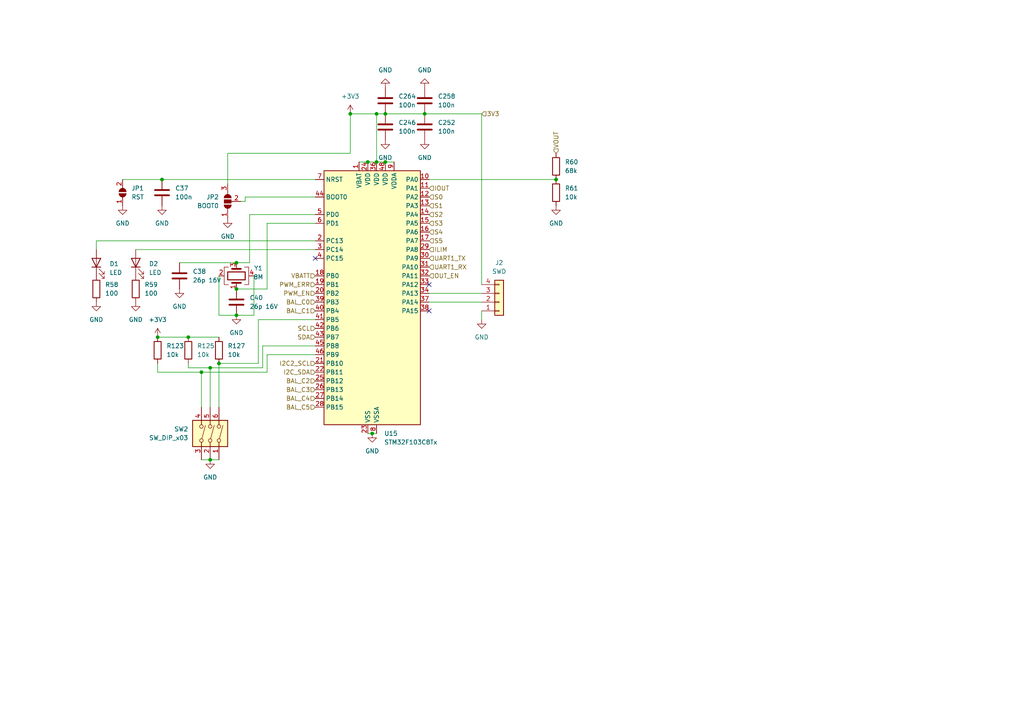
<source format=kicad_sch>
(kicad_sch (version 20230121) (generator eeschema)
  (paper "A4")
  (lib_symbols
    (symbol "Connector_Generic:Conn_01x04" (pin_names (offset 1.016) hide)
      (property "Reference" "J" (at 0 5.08 0))
      (property "Value" "Conn_01x04" (at 0 -7.62 0))
      (symbol "Conn_01x04_1_1"
        (rectangle (start -1.27 -4.953) (end 0 -5.207) (stroke (width 0.1524)))
        (rectangle (start -1.27 -2.413) (end 0 -2.667) (stroke (width 0.1524)))
        (rectangle (start -1.27 0.127) (end 0 -0.127) (stroke (width 0.1524)))
        (rectangle (start -1.27 2.667) (end 0 2.413) (stroke (width 0.1524)))
        (rectangle (start -1.27 3.81) (end 1.27 -6.35) (stroke (width 0.254)) (fill (type background)))
        (pin passive line (at -5.08 2.54 0) (length 3.81) (name "Pin_1") (number "1"))
        (pin passive line (at -5.08 0 0) (length 3.81) (name "Pin_2") (number "2"))
        (pin passive line (at -5.08 -2.54 0) (length 3.81) (name "Pin_3") (number "3"))
        (pin passive line (at -5.08 -5.08 0) (length 3.81) (name "Pin_4") (number "4"))
      )
    )
    (symbol "Device:C" (pin_numbers hide) (pin_names (offset 0.254))
      (property "Reference" "C" (at 0.635 2.54 0))
      (property "Value" "C" (at 0.635 -2.54 0))
      (symbol "C_0_1"
        (polyline (pts (xy -2.032 -0.762) (xy 2.032 -0.762)) (stroke (width 0.508)))
        (polyline (pts (xy -2.032 0.762) (xy 2.032 0.762)) (stroke (width 0.508)))
      )
      (symbol "C_1_1"
        (pin passive line (at 0 3.81 270) (length 2.794) (name "~") (number "1"))
        (pin passive line (at 0 -3.81 90) (length 2.794) (name "~") (number "2"))
      )
    )
    (symbol "Device:Crystal_GND24" (pin_names (offset 1.016) hide)
      (property "Reference" "Y" (at 3.175 5.08 0))
      (property "Value" "Crystal_GND24" (at 3.175 3.175 0))
      (symbol "Crystal_GND24_0_1"
        (rectangle (start -1.143 2.54) (end 1.143 -2.54) (stroke (width 0.3048)))
        (polyline (pts (xy -2.54 0) (xy -2.032 0)))
        (polyline (pts (xy -2.032 -1.27) (xy -2.032 1.27)) (stroke (width 0.508)))
        (polyline (pts (xy 0 -3.81) (xy 0 -3.556)))
        (polyline (pts (xy 0 3.556) (xy 0 3.81)))
        (polyline (pts (xy 2.032 -1.27) (xy 2.032 1.27)) (stroke (width 0.508)))
        (polyline (pts (xy 2.032 0) (xy 2.54 0)))
        (polyline (pts (xy -2.54 -2.286) (xy -2.54 -3.556) (xy 2.54 -3.556) (xy 2.54 -2.286)))
        (polyline (pts (xy -2.54 2.286) (xy -2.54 3.556) (xy 2.54 3.556) (xy 2.54 2.286)))
      )
      (symbol "Crystal_GND24_1_1"
        (pin passive line (at -3.81 0 0) (length 1.27) (name "1") (number "1"))
        (pin passive line (at 0 5.08 270) (length 1.27) (name "2") (number "2"))
        (pin passive line (at 3.81 0 180) (length 1.27) (name "3") (number "3"))
        (pin passive line (at 0 -5.08 90) (length 1.27) (name "4") (number "4"))
      )
    )
    (symbol "Device:LED" (pin_numbers hide) (pin_names (offset 1.016) hide)
      (property "Reference" "D" (at 0 2.54 0))
      (property "Value" "LED" (at 0 -2.54 0))
      (symbol "LED_0_1"
        (polyline (pts (xy -1.27 -1.27) (xy -1.27 1.27)) (stroke (width 0.254)))
        (polyline (pts (xy -1.27 0) (xy 1.27 0)))
        (polyline (pts (xy 1.27 -1.27) (xy 1.27 1.27) (xy -1.27 0) (xy 1.27 -1.27)) (stroke (width 0.254)))
        (polyline (pts (xy -3.048 -0.762) (xy -4.572 -2.286) (xy -3.81 -2.286) (xy -4.572 -2.286) (xy -4.572 -1.524)))
        (polyline (pts (xy -1.778 -0.762) (xy -3.302 -2.286) (xy -2.54 -2.286) (xy -3.302 -2.286) (xy -3.302 -1.524)))
      )
      (symbol "LED_1_1"
        (pin passive line (at -3.81 0 0) (length 2.54) (name "K") (number "1"))
        (pin passive line (at 3.81 0 180) (length 2.54) (name "A") (number "2"))
      )
    )
    (symbol "Device:R" (pin_numbers hide) (pin_names (offset 0))
      (property "Reference" "R" (at 2.032 0 90))
      (property "Value" "R" (at 0 0 90))
      (symbol "R_0_1"
        (rectangle (start -1.016 -2.54) (end 1.016 2.54) (stroke (width 0.254)))
      )
      (symbol "R_1_1"
        (pin passive line (at 0 3.81 270) (length 1.27) (name "~") (number "1"))
        (pin passive line (at 0 -3.81 90) (length 1.27) (name "~") (number "2"))
      )
    )
    (symbol "Jumper:SolderJumper_2_Open" (pin_names (offset 0) hide)
      (property "Reference" "JP" (at 0 2.032 0))
      (property "Value" "SolderJumper_2_Open" (at 0 -2.54 0))
      (symbol "SolderJumper_2_Open_0_1"
        (arc (start -0.254 1.016) (mid -1.2656 0) (end -0.254 -1.016))
        (arc (start -0.254 1.016) (mid -1.2656 0) (end -0.254 -1.016) (fill (type outline)))
        (polyline (pts (xy -0.254 1.016) (xy -0.254 -1.016)))
        (polyline (pts (xy 0.254 1.016) (xy 0.254 -1.016)))
        (arc (start 0.254 -1.016) (mid 1.2656 0) (end 0.254 1.016))
        (arc (start 0.254 -1.016) (mid 1.2656 0) (end 0.254 1.016) (fill (type outline)))
      )
      (symbol "SolderJumper_2_Open_1_1"
        (pin passive line (at -3.81 0 0) (length 2.54) (name "A") (number "1"))
        (pin passive line (at 3.81 0 180) (length 2.54) (name "B") (number "2"))
      )
    )
    (symbol "Jumper:SolderJumper_3_Open" (pin_names (offset 0) hide)
      (property "Reference" "JP" (at -2.54 -2.54 0))
      (property "Value" "SolderJumper_3_Open" (at 0 2.794 0))
      (symbol "SolderJumper_3_Open_0_1"
        (arc (start -1.016 1.016) (mid -2.0276 0) (end -1.016 -1.016))
        (arc (start -1.016 1.016) (mid -2.0276 0) (end -1.016 -1.016) (fill (type outline)))
        (rectangle (start -0.508 1.016) (end 0.508 -1.016) (fill (type outline)))
        (polyline (pts (xy -2.54 0) (xy -2.032 0)))
        (polyline (pts (xy -1.016 1.016) (xy -1.016 -1.016)))
        (polyline (pts (xy 0 -1.27) (xy 0 -1.016)))
        (polyline (pts (xy 1.016 1.016) (xy 1.016 -1.016)))
        (polyline (pts (xy 2.54 0) (xy 2.032 0)))
        (arc (start 1.016 -1.016) (mid 2.0276 0) (end 1.016 1.016))
        (arc (start 1.016 -1.016) (mid 2.0276 0) (end 1.016 1.016) (fill (type outline)))
      )
      (symbol "SolderJumper_3_Open_1_1"
        (pin passive line (at -5.08 0 0) (length 2.54) (name "A") (number "1"))
        (pin passive line (at 0 -3.81 90) (length 2.54) (name "C") (number "2"))
        (pin passive line (at 5.08 0 180) (length 2.54) (name "B") (number "3"))
      )
    )
    (symbol "MCU_ST_STM32F1:STM32F103C8Tx"
      (property "Reference" "U" (at -12.7 39.37 0))
      (property "Value" "STM32F103C8Tx" (at 10.16 39.37 0))
      (symbol "STM32F103C8Tx_0_1"
        (rectangle (start -12.7 -35.56) (end 15.24 38.1) (stroke (width 0.254)) (fill (type background)))
      )
      (symbol "STM32F103C8Tx_1_1"
        (pin power_in line (at -2.54 40.64 270) (length 2.54) (name "VBAT") (number "1"))
        (pin bidirectional line (at 17.78 35.56 180) (length 2.54) (name "PA0") (number "10"))
        (pin bidirectional line (at 17.78 33.02 180) (length 2.54) (name "PA1") (number "11"))
        (pin bidirectional line (at 17.78 30.48 180) (length 2.54) (name "PA2") (number "12"))
        (pin bidirectional line (at 17.78 27.94 180) (length 2.54) (name "PA3") (number "13"))
        (pin bidirectional line (at 17.78 25.4 180) (length 2.54) (name "PA4") (number "14"))
        (pin bidirectional line (at 17.78 22.86 180) (length 2.54) (name "PA5") (number "15"))
        (pin bidirectional line (at 17.78 20.32 180) (length 2.54) (name "PA6") (number "16"))
        (pin bidirectional line (at 17.78 17.78 180) (length 2.54) (name "PA7") (number "17"))
        (pin bidirectional line (at -15.24 7.62 0) (length 2.54) (name "PB0") (number "18"))
        (pin bidirectional line (at -15.24 5.08 0) (length 2.54) (name "PB1") (number "19"))
        (pin bidirectional line (at -15.24 17.78 0) (length 2.54) (name "PC13") (number "2"))
        (pin bidirectional line (at -15.24 2.54 0) (length 2.54) (name "PB2") (number "20"))
        (pin bidirectional line (at -15.24 -17.78 0) (length 2.54) (name "PB10") (number "21"))
        (pin bidirectional line (at -15.24 -20.32 0) (length 2.54) (name "PB11") (number "22"))
        (pin power_in line (at 0 -38.1 90) (length 2.54) (name "VSS") (number "23"))
        (pin power_in line (at 0 40.64 270) (length 2.54) (name "VDD") (number "24"))
        (pin bidirectional line (at -15.24 -22.86 0) (length 2.54) (name "PB12") (number "25"))
        (pin bidirectional line (at -15.24 -25.4 0) (length 2.54) (name "PB13") (number "26"))
        (pin bidirectional line (at -15.24 -27.94 0) (length 2.54) (name "PB14") (number "27"))
        (pin bidirectional line (at -15.24 -30.48 0) (length 2.54) (name "PB15") (number "28"))
        (pin bidirectional line (at 17.78 15.24 180) (length 2.54) (name "PA8") (number "29"))
        (pin bidirectional line (at -15.24 15.24 0) (length 2.54) (name "PC14") (number "3"))
        (pin bidirectional line (at 17.78 12.7 180) (length 2.54) (name "PA9") (number "30"))
        (pin bidirectional line (at 17.78 10.16 180) (length 2.54) (name "PA10") (number "31"))
        (pin bidirectional line (at 17.78 7.62 180) (length 2.54) (name "PA11") (number "32"))
        (pin bidirectional line (at 17.78 5.08 180) (length 2.54) (name "PA12") (number "33"))
        (pin bidirectional line (at 17.78 2.54 180) (length 2.54) (name "PA13") (number "34"))
        (pin passive line (at 0 -38.1 90) (length 2.54) hide (name "VSS") (number "35"))
        (pin power_in line (at 2.54 40.64 270) (length 2.54) (name "VDD") (number "36"))
        (pin bidirectional line (at 17.78 0 180) (length 2.54) (name "PA14") (number "37"))
        (pin bidirectional line (at 17.78 -2.54 180) (length 2.54) (name "PA15") (number "38"))
        (pin bidirectional line (at -15.24 0 0) (length 2.54) (name "PB3") (number "39"))
        (pin bidirectional line (at -15.24 12.7 0) (length 2.54) (name "PC15") (number "4"))
        (pin bidirectional line (at -15.24 -2.54 0) (length 2.54) (name "PB4") (number "40"))
        (pin bidirectional line (at -15.24 -5.08 0) (length 2.54) (name "PB5") (number "41"))
        (pin bidirectional line (at -15.24 -7.62 0) (length 2.54) (name "PB6") (number "42"))
        (pin bidirectional line (at -15.24 -10.16 0) (length 2.54) (name "PB7") (number "43"))
        (pin input line (at -15.24 30.48 0) (length 2.54) (name "BOOT0") (number "44"))
        (pin bidirectional line (at -15.24 -12.7 0) (length 2.54) (name "PB8") (number "45"))
        (pin bidirectional line (at -15.24 -15.24 0) (length 2.54) (name "PB9") (number "46"))
        (pin passive line (at 0 -38.1 90) (length 2.54) hide (name "VSS") (number "47"))
        (pin power_in line (at 5.08 40.64 270) (length 2.54) (name "VDD") (number "48"))
        (pin bidirectional line (at -15.24 25.4 0) (length 2.54) (name "PD0") (number "5"))
        (pin bidirectional line (at -15.24 22.86 0) (length 2.54) (name "PD1") (number "6"))
        (pin input line (at -15.24 35.56 0) (length 2.54) (name "NRST") (number "7"))
        (pin power_in line (at 2.54 -38.1 90) (length 2.54) (name "VSSA") (number "8"))
        (pin power_in line (at 7.62 40.64 270) (length 2.54) (name "VDDA") (number "9"))
      )
    )
    (symbol "PCM_4ms_Power-symbol:GND" (power) (pin_names (offset 0))
      (property "Value" "GND" (at 0 -3.81 0))
      (symbol "GND_0_1"
        (polyline (pts (xy 0 0) (xy 0 -1.27) (xy 1.27 -1.27) (xy 0 -2.54) (xy -1.27 -1.27) (xy 0 -1.27)))
      )
      (symbol "GND_1_1"
        (pin power_in line (at 0 0 270) (length 0) hide (name "GND") (number "1"))
      )
    )
    (symbol "Switch:SW_DIP_x03" (pin_names (offset 0) hide)
      (property "Reference" "SW" (at 0 8.89 0))
      (property "Value" "SW_DIP_x03" (at 0 -3.81 0))
      (symbol "SW_DIP_x03_0_0"
        (circle (center -2.032 0) (radius 0.508))
        (circle (center -2.032 2.54) (radius 0.508))
        (circle (center -2.032 5.08) (radius 0.508))
        (polyline (pts (xy -1.524 0.127) (xy 2.3622 1.1684)))
        (polyline (pts (xy -1.524 2.667) (xy 2.3622 3.7084)))
        (polyline (pts (xy -1.524 5.207) (xy 2.3622 6.2484)))
        (circle (center 2.032 0) (radius 0.508))
        (circle (center 2.032 2.54) (radius 0.508))
        (circle (center 2.032 5.08) (radius 0.508))
      )
      (symbol "SW_DIP_x03_0_1"
        (rectangle (start -3.81 7.62) (end 3.81 -2.54) (stroke (width 0.254)) (fill (type background)))
      )
      (symbol "SW_DIP_x03_1_1"
        (pin passive line (at -7.62 5.08 0) (length 5.08) (name "~") (number "1"))
        (pin passive line (at -7.62 2.54 0) (length 5.08) (name "~") (number "2"))
        (pin passive line (at -7.62 0 0) (length 5.08) (name "~") (number "3"))
        (pin passive line (at 7.62 0 180) (length 5.08) (name "~") (number "4"))
        (pin passive line (at 7.62 2.54 180) (length 5.08) (name "~") (number "5"))
        (pin passive line (at 7.62 5.08 180) (length 5.08) (name "~") (number "6"))
      )
    )
    (symbol "power:+3V3" (power) (pin_names (offset 0))
      (property "Value" "+3V3" (at 0 3.556 0))
      (symbol "+3V3_0_1"
        (polyline (pts (xy -0.762 1.27) (xy 0 2.54)))
        (polyline (pts (xy 0 0) (xy 0 2.54)))
        (polyline (pts (xy 0 2.54) (xy 0.762 1.27)))
      )
      (symbol "+3V3_1_1"
        (pin power_in line (at 0 0 90) (length 0) hide (name "+3V3") (number "1"))
      )
    )
    (symbol "power:GND" (power) (pin_names (offset 0))
      (property "Value" "GND" (at 0 -3.81 0))
      (symbol "GND_0_1"
        (polyline (pts (xy 0 0) (xy 0 -1.27) (xy 1.27 -1.27) (xy 0 -2.54) (xy -1.27 -1.27) (xy 0 -1.27)))
      )
      (symbol "GND_1_1"
        (pin power_in line (at 0 0 270) (length 0) hide (name "GND") (number "1"))
      )
    )
  )
  (junction (at 60.96 133.35))
  (junction (at 111.76 46.99))
  (junction (at 109.22 33.02))
  (junction (at 58.42 107.95))
  (junction (at 109.22 46.99))
  (junction (at 63.5 105.41))
  (junction (at 68.58 83.82))
  (junction (at 45.72 97.79))
  (junction (at 161.29 52.07))
  (junction (at 68.58 76.2))
  (junction (at 60.96 106.68))
  (junction (at 107.95 125.73))
  (junction (at 101.6 33.02))
  (junction (at 68.58 91.44))
  (junction (at 111.76 33.02))
  (junction (at 123.19 33.02))
  (junction (at 46.99 52.07))
  (junction (at 54.61 97.79))
  (junction (at 106.68 46.99))
  (no_connect (at 124.46 90.17))
  (no_connect (at 91.44 74.93))
  (no_connect (at 124.46 82.55))
  (wire (pts (xy 66.04 44.45) (xy 101.6 44.45)))
  (wire (pts (xy 76.2 100.33) (xy 76.2 106.68)))
  (wire (pts (xy 77.47 107.95) (xy 58.42 107.95)))
  (wire (pts (xy 109.22 46.99) (xy 111.76 46.99)))
  (wire (pts (xy 91.44 92.71) (xy 74.93 92.71)))
  (wire (pts (xy 104.14 46.99) (xy 106.68 46.99)))
  (wire (pts (xy 58.42 107.95) (xy 58.42 118.11)))
  (wire (pts (xy 77.47 83.82) (xy 68.58 83.82)))
  (wire (pts (xy 54.61 106.68) (xy 54.61 105.41)))
  (wire (pts (xy 73.66 80.01) (xy 73.66 91.44)))
  (wire (pts (xy 27.94 69.85) (xy 91.44 69.85)))
  (wire (pts (xy 77.47 64.77) (xy 91.44 64.77)))
  (wire (pts (xy 68.58 76.2) (xy 52.07 76.2)))
  (wire (pts (xy 107.95 125.73) (xy 109.22 125.73)))
  (wire (pts (xy 72.39 76.2) (xy 72.39 62.23)))
  (wire (pts (xy 124.46 87.63) (xy 139.7 87.63)))
  (wire (pts (xy 124.46 85.09) (xy 139.7 85.09)))
  (wire (pts (xy 58.42 107.95) (xy 45.72 107.95)))
  (wire (pts (xy 54.61 106.68) (xy 60.96 106.68)))
  (wire (pts (xy 63.5 133.35) (xy 60.96 133.35)))
  (wire (pts (xy 66.04 44.45) (xy 66.04 53.34)))
  (wire (pts (xy 45.72 97.79) (xy 54.61 97.79)))
  (wire (pts (xy 109.22 33.02) (xy 109.22 46.99)))
  (wire (pts (xy 77.47 102.87) (xy 77.47 107.95)))
  (wire (pts (xy 60.96 106.68) (xy 60.96 118.11)))
  (wire (pts (xy 46.99 52.07) (xy 91.44 52.07)))
  (wire (pts (xy 27.94 69.85) (xy 27.94 72.39)))
  (wire (pts (xy 76.2 106.68) (xy 60.96 106.68)))
  (wire (pts (xy 35.56 52.07) (xy 46.99 52.07)))
  (wire (pts (xy 69.85 58.42) (xy 71.12 58.42)))
  (wire (pts (xy 71.12 57.15) (xy 91.44 57.15)))
  (wire (pts (xy 68.58 76.2) (xy 72.39 76.2)))
  (wire (pts (xy 74.93 105.41) (xy 63.5 105.41)))
  (wire (pts (xy 58.42 133.35) (xy 60.96 133.35)))
  (wire (pts (xy 77.47 64.77) (xy 77.47 83.82)))
  (wire (pts (xy 63.5 91.44) (xy 68.58 91.44)))
  (wire (pts (xy 91.44 100.33) (xy 76.2 100.33)))
  (wire (pts (xy 139.7 82.55) (xy 139.7 33.02)))
  (wire (pts (xy 45.72 105.41) (xy 45.72 107.95)))
  (wire (pts (xy 73.66 91.44) (xy 68.58 91.44)))
  (wire (pts (xy 71.12 58.42) (xy 71.12 57.15)))
  (wire (pts (xy 109.22 33.02) (xy 111.76 33.02)))
  (wire (pts (xy 111.76 33.02) (xy 123.19 33.02)))
  (wire (pts (xy 72.39 62.23) (xy 91.44 62.23)))
  (wire (pts (xy 91.44 102.87) (xy 77.47 102.87)))
  (wire (pts (xy 63.5 105.41) (xy 63.5 118.11)))
  (wire (pts (xy 101.6 33.02) (xy 109.22 33.02)))
  (wire (pts (xy 74.93 92.71) (xy 74.93 105.41)))
  (wire (pts (xy 106.68 46.99) (xy 109.22 46.99)))
  (wire (pts (xy 63.5 80.01) (xy 63.5 91.44)))
  (wire (pts (xy 39.37 72.39) (xy 91.44 72.39)))
  (wire (pts (xy 54.61 97.79) (xy 63.5 97.79)))
  (wire (pts (xy 111.76 46.99) (xy 114.3 46.99)))
  (wire (pts (xy 106.68 125.73) (xy 107.95 125.73)))
  (wire (pts (xy 123.19 33.02) (xy 139.7 33.02)))
  (wire (pts (xy 124.46 52.07) (xy 161.29 52.07)))
  (wire (pts (xy 101.6 33.02) (xy 101.6 44.45)))
  (wire (pts (xy 139.7 90.17) (xy 139.7 92.71)))
  (hierarchical_label "3V3" (shape input) (at 139.7 33.02 0))
  (hierarchical_label "VOUT" (shape input) (at 161.29 44.45 90))
  (hierarchical_label "I2C_SDA" (shape input) (at 91.44 107.95 180))
  (hierarchical_label "S4" (shape input) (at 124.46 67.31 0))
  (hierarchical_label "S1" (shape input) (at 124.46 59.69 0))
  (hierarchical_label "S0" (shape input) (at 124.46 57.15 0))
  (hierarchical_label "SCL" (shape input) (at 91.44 95.25 180))
  (hierarchical_label "S3" (shape input) (at 124.46 64.77 0))
  (hierarchical_label "IOUT" (shape input) (at 124.46 54.61 0))
  (hierarchical_label "S2" (shape input) (at 124.46 62.23 0))
  (hierarchical_label "OUT_EN" (shape input) (at 124.46 80.01 0))
  (hierarchical_label "SDA" (shape input) (at 91.44 97.79 180))
  (hierarchical_label "PWM_EN" (shape input) (at 91.44 85.09 180))
  (hierarchical_label "UART1_RX" (shape input) (at 124.46 77.47 0))
  (hierarchical_label "BAL_C3" (shape input) (at 91.44 113.03 180))
  (hierarchical_label "UART1_TX" (shape input) (at 124.46 74.93 0))
  (hierarchical_label "BAL_C4" (shape input) (at 91.44 115.57 180))
  (hierarchical_label "BAL_C5" (shape input) (at 91.44 118.11 180))
  (hierarchical_label "VBATT" (shape input) (at 91.44 80.01 180))
  (hierarchical_label "BAL_C2" (shape input) (at 91.44 110.49 180))
  (hierarchical_label "PWM_ERR" (shape input) (at 91.44 82.55 180))
  (hierarchical_label "S5" (shape input) (at 124.46 69.85 0))
  (hierarchical_label "I2C2_SCL" (shape input) (at 91.44 105.41 180))
  (hierarchical_label "BAL_C0" (shape input) (at 91.44 87.63 180))
  (hierarchical_label "ILIM" (shape input) (at 124.46 72.39 0))
  (hierarchical_label "BAL_C1" (shape input) (at 91.44 90.17 180))
  (symbol (lib_id "Device:C") (at 123.19 29.21 0) (unit 1)
    (property "Reference" "C258" (at 127 27.94 0) (effects (justify left)))
    (property "Value" "100n" (at 127 30.48 0) (effects (justify left)))
    (property "Footprint" "Capacitor_SMD:C_0603_1608Metric" (effects hide))
    (instances (project "RC_Charger" (path "" (reference "C258") (unit 1)) (path "" (reference "C259") (unit 1))))
  )
  (symbol (lib_id "Jumper:SolderJumper_3_Open") (at 66.04 58.42 90) (unit 1)
    (property "Reference" "JP2" (at 63.5 57.15 90) (effects (justify left)))
    (property "Value" "BOOT0" (at 63.5 59.69 90) (effects (justify left)))
    (property "Footprint" "Jumper:SolderJumper-3_P1.3mm_Open_Pad1.0x1.5mm" (effects hide))
    (instances (project "RC_Charger" (path "" (reference "JP2") (unit 1)) (path "" (reference "JP4") (unit 1))))
  )
  (symbol (lib_id "power:+3V3") (at 101.6 33.02 0) (unit 1)
    (property "Reference" "#PWR052" (effects hide))
    (property "Value" "+3V3" (at 101.6 27.94 0))
    (instances (project "RC_Charger" (path "" (reference "#PWR052") (unit 1)) (path "" (reference "#PWR045") (unit 1)) (path "" (reference "#PWR047") (unit 1))) (project "RC_Charger_MainBoard" (path "" (reference "#PWR09") (unit 1))))
  )
  (symbol (lib_id "power:GND") (at 39.37 87.63 0) (unit 1)
    (property "Reference" "#PWR041" (effects hide))
    (property "Value" "GND" (at 39.37 92.71 0))
    (instances (project "RC_Charger" (path "" (reference "#PWR041") (unit 1)) (path "" (reference "#PWR0102") (unit 1))) (project "BMS_MASTER_STM32F105RC" (path "" (reference "#PWR066") (unit 1))))
  )
  (symbol (lib_id "Device:R") (at 161.29 48.26 0) (unit 1)
    (property "Reference" "R60" (at 163.83 46.99 0) (effects (justify left)))
    (property "Value" "68k" (at 163.83 49.53 0) (effects (justify left)))
    (property "Footprint" "Resistor_SMD:R_0603_1608Metric" (effects hide))
    (instances (project "RC_Charger" (path "" (reference "R60") (unit 1)) (path "" (reference "R121") (unit 1))))
  )
  (symbol (lib_id "power:GND") (at 52.07 83.82 0) (unit 1)
    (property "Reference" "#PWR043" (effects hide))
    (property "Value" "GND" (at 52.07 88.9 0))
    (instances (project "RC_Charger" (path "" (reference "#PWR043") (unit 1)) (path "" (reference "#PWR0104") (unit 1))) (project "BMS_MASTER_STM32F105RC" (path "" (reference "#PWR066") (unit 1))))
  )
  (symbol (lib_id "PCM_4ms_Power-symbol:GND") (at 107.95 125.73 0) (unit 1)
    (property "Reference" "#PWR048" (effects hide))
    (property "Value" "GND" (at 107.95 130.81 0))
    (instances (project "RC_Charger" (path "" (reference "#PWR048") (unit 1)) (path "" (reference "#PWR0109") (unit 1))))
  )
  (symbol (lib_id "power:GND") (at 68.58 91.44 0) (unit 1)
    (property "Reference" "#PWR046" (effects hide))
    (property "Value" "GND" (at 68.58 96.52 0))
    (instances (project "RC_Charger" (path "" (reference "#PWR046") (unit 1)) (path "" (reference "#PWR0107") (unit 1))) (project "BMS_MASTER_STM32F105RC" (path "" (reference "#PWR067") (unit 1))))
  )
  (symbol (lib_id "Device:C") (at 68.58 87.63 180) (unit 1)
    (property "Reference" "C40" (at 72.39 86.36 0) (effects (justify right)))
    (property "Value" "26p 16V" (at 72.39 88.9 0) (effects (justify right)))
    (property "Footprint" "Capacitor_SMD:C_0603_1608Metric" (effects hide))
    (instances (project "RC_Charger" (path "" (reference "C40") (unit 1)) (path "" (reference "C94") (unit 1))) (project "BMS_MASTER_STM32F105RC" (path "" (reference "C2") (unit 1)) (path "" (reference "C27") (unit 1))))
  )
  (symbol (lib_id "Switch:SW_DIP_x03") (at 58.42 125.73 270) (mirror x) (unit 1)
    (property "Reference" "SW2" (at 54.61 124.46 90) (effects (justify right)))
    (property "Value" "SW_DIP_x03" (at 54.61 127 90) (effects (justify right)))
    (property "Footprint" "Button_Switch_SMD:SW_DIP_SPSTx03_Slide_9.78x9.8mm_W8.61mm_P2.54mm" (effects hide))
    (instances (project "RC_Charger" (path "" (reference "SW2") (unit 1)) (path "" (reference "SW1") (unit 1))))
  )
  (symbol (lib_id "PCM_4ms_Power-symbol:GND") (at 139.7 92.71 0) (mirror y) (unit 1)
    (property "Reference" "#PWR059" (effects hide))
    (property "Value" "GND" (at 139.7 97.79 0))
    (instances (project "RC_Charger" (path "" (reference "#PWR059") (unit 1)) (path "" (reference "#PWR0110") (unit 1))))
  )
  (symbol (lib_id "PCM_4ms_Power-symbol:GND") (at 46.99 59.69 0) (unit 1)
    (property "Reference" "#PWR042" (effects hide))
    (property "Value" "GND" (at 46.99 64.77 0))
    (instances (project "RC_Charger" (path "" (reference "#PWR042") (unit 1)) (path "" (reference "#PWR0103") (unit 1))))
  )
  (symbol (lib_id "power:+3V3") (at 45.72 97.79 0) (unit 1)
    (property "Reference" "#PWR052" (effects hide))
    (property "Value" "+3V3" (at 45.72 92.71 0))
    (instances (project "RC_Charger" (path "" (reference "#PWR052") (unit 1)) (path "" (reference "#PWR0106") (unit 1)) (path "" (reference "#PWR0108") (unit 1))) (project "RC_Charger_MainBoard" (path "" (reference "#PWR09") (unit 1))))
  )
  (symbol (lib_id "Device:C") (at 52.07 80.01 180) (unit 1)
    (property "Reference" "C38" (at 55.88 78.74 0) (effects (justify right)))
    (property "Value" "26p 16V" (at 55.88 81.28 0) (effects (justify right)))
    (property "Footprint" "Capacitor_SMD:C_0603_1608Metric" (effects hide))
    (instances (project "RC_Charger" (path "" (reference "C38") (unit 1)) (path "" (reference "C92") (unit 1))) (project "BMS_MASTER_STM32F105RC" (path "" (reference "C2") (unit 1)) (path "" (reference "C26") (unit 1))))
  )
  (symbol (lib_id "power:GND") (at 27.94 87.63 0) (unit 1)
    (property "Reference" "#PWR039" (effects hide))
    (property "Value" "GND" (at 27.94 92.71 0))
    (instances (project "RC_Charger" (path "" (reference "#PWR039") (unit 1)) (path "" (reference "#PWR0100") (unit 1))) (project "BMS_MASTER_STM32F105RC" (path "" (reference "#PWR066") (unit 1))))
  )
  (symbol (lib_id "Device:R") (at 39.37 83.82 0) (unit 1)
    (property "Reference" "R59" (at 41.91 82.55 0) (effects (justify left)))
    (property "Value" "100" (at 41.91 85.09 0) (effects (justify left)))
    (property "Footprint" "Resistor_SMD:R_0603_1608Metric" (effects hide))
    (instances (project "RC_Charger" (path "" (reference "R59") (unit 1)) (path "" (reference "R120") (unit 1))))
  )
  (symbol (lib_id "PCM_4ms_Power-symbol:GND") (at 123.19 40.64 0) (unit 1)
    (property "Reference" "#PWR0331" (effects hide))
    (property "Value" "GND" (at 123.19 45.72 0))
    (instances (project "RC_Charger" (path "" (reference "#PWR0331") (unit 1)) (path "" (reference "#PWR0332") (unit 1))))
  )
  (symbol (lib_id "Connector_Generic:Conn_01x04") (at 144.78 87.63 0) (mirror x) (unit 1)
    (property "Reference" "J2" (at 144.78 76.2 0))
    (property "Value" "SWD" (at 144.78 78.74 0))
    (property "Footprint" "Connector_PinHeader_2.54mm:PinHeader_1x04_P2.54mm_Vertical" (effects hide))
    (instances (project "RC_Charger" (path "" (reference "J2") (unit 1)) (path "" (reference "J7") (unit 1))))
  )
  (symbol (lib_id "Jumper:SolderJumper_2_Open") (at 35.56 55.88 90) (unit 1)
    (property "Reference" "JP1" (at 38.1 54.61 90) (effects (justify right)))
    (property "Value" "RST" (at 38.1 57.15 90) (effects (justify right)))
    (property "Footprint" "Jumper:SolderJumper-2_P1.3mm_Open_RoundedPad1.0x1.5mm" (effects hide))
    (instances (project "RC_Charger" (path "" (reference "JP1") (unit 1)) (path "" (reference "JP3") (unit 1))))
  )
  (symbol (lib_id "Device:R") (at 161.29 55.88 0) (unit 1)
    (property "Reference" "R61" (at 163.83 54.61 0) (effects (justify left)))
    (property "Value" "10k" (at 163.83 57.15 0) (effects (justify left)))
    (property "Footprint" "Resistor_SMD:R_0603_1608Metric" (effects hide))
    (instances (project "RC_Charger" (path "" (reference "R61") (unit 1)) (path "" (reference "R122") (unit 1))))
  )
  (symbol (lib_id "Device:C") (at 123.19 36.83 0) (unit 1)
    (property "Reference" "C252" (at 127 35.56 0) (effects (justify left)))
    (property "Value" "100n" (at 127 38.1 0) (effects (justify left)))
    (property "Footprint" "Capacitor_SMD:C_0603_1608Metric" (effects hide))
    (instances (project "RC_Charger" (path "" (reference "C252") (unit 1)) (path "" (reference "C253") (unit 1))))
  )
  (symbol (lib_id "Device:Crystal_GND24") (at 68.58 80.01 90) (unit 1)
    (property "Reference" "Y1" (at 74.93 77.7941 90))
    (property "Value" "8M" (at 74.93 80.3341 90))
    (property "Footprint" "Crystal:Crystal_SMD_Abracon_ABM3B-4Pin_5.0x3.2mm" (effects hide))
    (instances (project "RC_Charger" (path "" (reference "Y1") (unit 1)) (path "" (reference "Y2") (unit 1))) (project "BMS_MASTER_STM32F105RC" (path "" (reference "Y1") (unit 1))))
  )
  (symbol (lib_id "Device:R") (at 27.94 83.82 0) (unit 1)
    (property "Reference" "R58" (at 30.48 82.55 0) (effects (justify left)))
    (property "Value" "100" (at 30.48 85.09 0) (effects (justify left)))
    (property "Footprint" "Resistor_SMD:R_0603_1608Metric" (effects hide))
    (instances (project "RC_Charger" (path "" (reference "R58") (unit 1)) (path "" (reference "R119") (unit 1))))
  )
  (symbol (lib_id "Device:LED") (at 27.94 76.2 90) (unit 1)
    (property "Reference" "D1" (at 31.75 76.5175 90) (effects (justify right)))
    (property "Value" "LED" (at 31.75 79.0575 90) (effects (justify right)))
    (property "Footprint" "LED_SMD:LED_0603_1608Metric" (effects hide))
    (instances (project "RC_Charger" (path "" (reference "D1") (unit 1)) (path "" (reference "D3") (unit 1))))
  )
  (symbol (lib_id "Device:C") (at 111.76 36.83 0) (unit 1)
    (property "Reference" "C246" (at 115.57 35.56 0) (effects (justify left)))
    (property "Value" "100n" (at 115.57 38.1 0) (effects (justify left)))
    (property "Footprint" "Capacitor_SMD:C_0603_1608Metric" (effects hide))
    (instances (project "RC_Charger" (path "" (reference "C246") (unit 1)) (path "" (reference "C247") (unit 1))))
  )
  (symbol (lib_id "MCU_ST_STM32F1:STM32F103C8Tx") (at 106.68 87.63 0) (unit 1)
    (property "Reference" "U15" (at 111.4141 125.73 0) (effects (justify left)))
    (property "Value" "STM32F103C8Tx" (at 111.4141 128.27 0) (effects (justify left)))
    (property "Footprint" "Package_QFP:LQFP-48_7x7mm_P0.5mm" (effects hide))
    (property "Datasheet" "https://www.st.com/resource/en/datasheet/stm32f103c8.pdf" (effects hide))
    (instances (project "RC_Charger" (path "" (reference "U15") (unit 1)) (path "" (reference "U28") (unit 1))))
  )
  (symbol (lib_id "power:GND") (at 60.96 133.35 0) (unit 1)
    (property "Reference" "#PWR0112" (effects hide))
    (property "Value" "GND" (at 60.96 138.43 0))
    (instances (project "RC_Charger" (path "" (reference "#PWR0112") (unit 1)) (path "" (reference "#PWR0113") (unit 1))) (project "BMS_MASTER_STM32F105RC" (path "" (reference "#PWR067") (unit 1))))
  )
  (symbol (lib_id "PCM_4ms_Power-symbol:GND") (at 111.76 40.64 0) (unit 1)
    (property "Reference" "#PWR0337" (effects hide))
    (property "Value" "GND" (at 111.76 45.72 0))
    (instances (project "RC_Charger" (path "" (reference "#PWR0337") (unit 1)) (path "" (reference "#PWR0338") (unit 1))))
  )
  (symbol (lib_id "Device:C") (at 46.99 55.88 0) (unit 1)
    (property "Reference" "C37" (at 50.8 54.61 0) (effects (justify left)))
    (property "Value" "100n" (at 50.8 57.15 0) (effects (justify left)))
    (property "Footprint" "Capacitor_SMD:C_0603_1608Metric" (effects hide))
    (instances (project "RC_Charger" (path "" (reference "C37") (unit 1)) (path "" (reference "C91") (unit 1))))
  )
  (symbol (lib_id "PCM_4ms_Power-symbol:GND") (at 111.76 25.4 180) (unit 1)
    (property "Reference" "#PWR0343" (effects hide))
    (property "Value" "GND" (at 111.76 20.32 0))
    (instances (project "RC_Charger" (path "" (reference "#PWR0343") (unit 1)) (path "" (reference "#PWR0344") (unit 1))))
  )
  (symbol (lib_id "Device:R") (at 54.61 101.6 0) (unit 1)
    (property "Reference" "R125" (at 57.15 100.33 0) (effects (justify left)))
    (property "Value" "10k" (at 57.15 102.87 0) (effects (justify left)))
    (property "Footprint" "Resistor_SMD:R_0603_1608Metric" (effects hide))
    (instances (project "RC_Charger" (path "" (reference "R125") (unit 1)) (path "" (reference "R126") (unit 1))))
  )
  (symbol (lib_id "PCM_4ms_Power-symbol:GND") (at 35.56 59.69 0) (unit 1)
    (property "Reference" "#PWR040" (effects hide))
    (property "Value" "GND" (at 35.56 64.77 0))
    (instances (project "RC_Charger" (path "" (reference "#PWR040") (unit 1)) (path "" (reference "#PWR0101") (unit 1))))
  )
  (symbol (lib_id "Device:R") (at 45.72 101.6 0) (unit 1)
    (property "Reference" "R123" (at 48.26 100.33 0) (effects (justify left)))
    (property "Value" "10k" (at 48.26 102.87 0) (effects (justify left)))
    (property "Footprint" "Resistor_SMD:R_0603_1608Metric" (effects hide))
    (instances (project "RC_Charger" (path "" (reference "R123") (unit 1)) (path "" (reference "R124") (unit 1))))
  )
  (symbol (lib_id "PCM_4ms_Power-symbol:GND") (at 123.19 25.4 180) (unit 1)
    (property "Reference" "#PWR0349" (effects hide))
    (property "Value" "GND" (at 123.19 20.32 0))
    (instances (project "RC_Charger" (path "" (reference "#PWR0349") (unit 1)) (path "" (reference "#PWR0350") (unit 1))))
  )
  (symbol (lib_id "Device:LED") (at 39.37 76.2 90) (unit 1)
    (property "Reference" "D2" (at 43.18 76.5175 90) (effects (justify right)))
    (property "Value" "LED" (at 43.18 79.0575 90) (effects (justify right)))
    (property "Footprint" "LED_SMD:LED_0603_1608Metric" (effects hide))
    (instances (project "RC_Charger" (path "" (reference "D2") (unit 1)) (path "" (reference "D4") (unit 1))))
  )
  (symbol (lib_id "PCM_4ms_Power-symbol:GND") (at 66.04 63.5 0) (unit 1)
    (property "Reference" "#PWR044" (effects hide))
    (property "Value" "GND" (at 66.04 68.58 0))
    (instances (project "RC_Charger" (path "" (reference "#PWR044") (unit 1)) (path "" (reference "#PWR0105") (unit 1))))
  )
  (symbol (lib_id "power:GND") (at 161.29 59.69 0) (unit 1)
    (property "Reference" "#PWR060" (effects hide))
    (property "Value" "GND" (at 161.29 64.77 0))
    (instances (project "RC_Charger" (path "" (reference "#PWR060") (unit 1)) (path "" (reference "#PWR0111") (unit 1))) (project "BMS_MASTER_STM32F105RC" (path "" (reference "#PWR066") (unit 1))))
  )
  (symbol (lib_id "Device:R") (at 63.5 101.6 0) (unit 1)
    (property "Reference" "R127" (at 66.04 100.33 0) (effects (justify left)))
    (property "Value" "10k" (at 66.04 102.87 0) (effects (justify left)))
    (property "Footprint" "Resistor_SMD:R_0603_1608Metric" (effects hide))
    (instances (project "RC_Charger" (path "" (reference "R127") (unit 1)) (path "" (reference "R128") (unit 1))))
  )
  (symbol (lib_id "Device:C") (at 111.76 29.21 0) (unit 1)
    (property "Reference" "C264" (at 115.57 27.94 0) (effects (justify left)))
    (property "Value" "100n" (at 115.57 30.48 0) (effects (justify left)))
    (property "Footprint" "Capacitor_SMD:C_0603_1608Metric" (effects hide))
    (instances (project "RC_Charger" (path "" (reference "C264") (unit 1)) (path "" (reference "C265") (unit 1))))
  )
)
</source>
